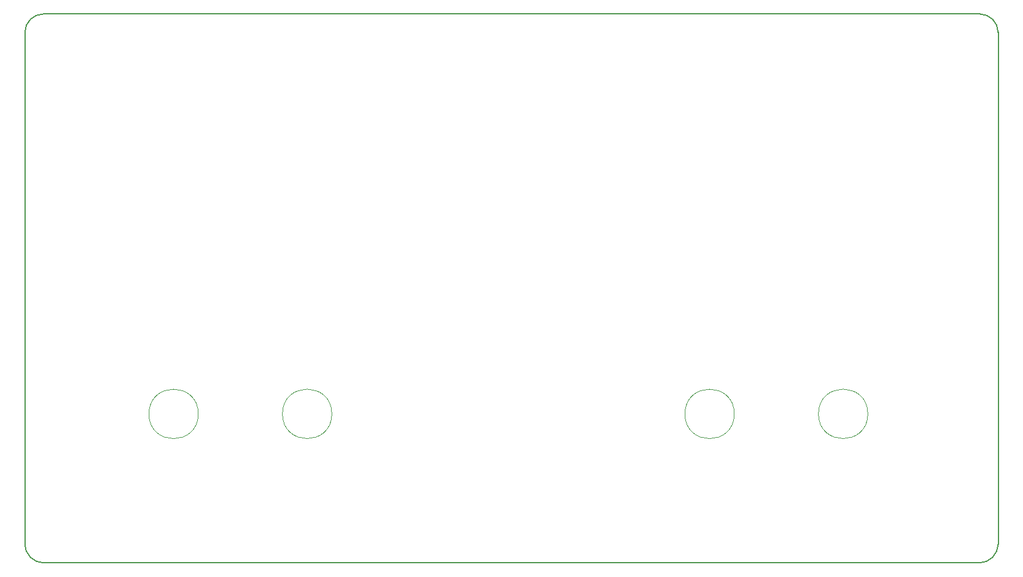
<source format=gm1>
G04*
G04 #@! TF.GenerationSoftware,Altium Limited,Altium Designer,22.3.1 (43)*
G04*
G04 Layer_Color=16711935*
%FSLAX25Y25*%
%MOIN*%
G70*
G04*
G04 #@! TF.SameCoordinates,8EB33FF8-491A-49A4-B63E-2C25C033CD89*
G04*
G04*
G04 #@! TF.FilePolarity,Positive*
G04*
G01*
G75*
%ADD35C,0.00500*%
%ADD36C,0.00197*%
D35*
X606484Y116989D02*
G03*
X616984Y127489I0J10500D01*
G01*
X617000Y412500D02*
G03*
X606500Y423000I-10500J0D01*
G01*
X84500D02*
G03*
X74000Y412500I0J-10500D01*
G01*
Y127500D02*
G03*
X84500Y117000I10500J0D01*
G01*
X606700D01*
X617000Y127300D02*
Y413000D01*
X84100Y423000D02*
X607000D01*
X74000Y127500D02*
Y412900D01*
D36*
X544279Y200000D02*
G03*
X544279Y200000I-13780J0D01*
G01*
X170780D02*
G03*
X170780Y200000I-13780J0D01*
G01*
X245280D02*
G03*
X245280Y200000I-13780J0D01*
G01*
X469779D02*
G03*
X469779Y200000I-13780J0D01*
G01*
M02*

</source>
